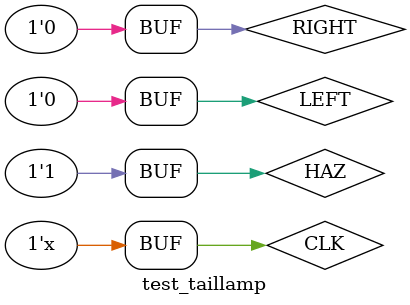
<source format=v>
`timescale 1ns/1ns
module test_taillamp();
  reg CLK, HAZ, LEFT, RIGHT;
  wire [5:0] lamp;
  taillamp T(CLK, HAZ, LEFT, RIGHT, lamp);
  initial
  begin
    CLK = 0;
    LEFT = 0;
    RIGHT = 0;
    HAZ = 0;
    HAZ = #5 1;
    HAZ = #5 0;
    RIGHT = #8 1;
    RIGHT = #8 0;
    LEFT = #8 1;
    LEFT = #8 0;
    HAZ = 1;
  end
  always
  begin
    CLK = #1 ~CLK;
  end
endmodule
</source>
